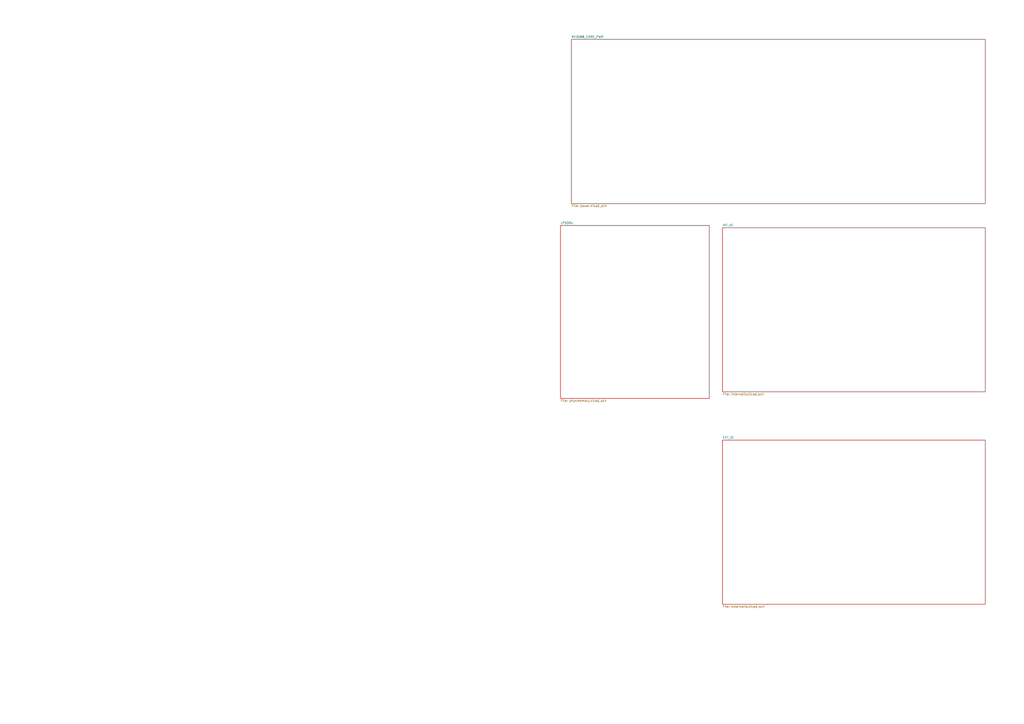
<source format=kicad_sch>
(kicad_sch
	(version 20250114)
	(generator "eeschema")
	(generator_version "9.0")
	(uuid "62917ec2-9d84-4e49-a59b-b79d0b9923fe")
	(paper "A2")
	(lib_symbols)
	(sheet
		(at 325.12 130.81)
		(size 86.36 100.33)
		(exclude_from_sim no)
		(in_bom yes)
		(on_board yes)
		(dnp no)
		(fields_autoplaced yes)
		(stroke
			(width 0.1524)
			(type solid)
		)
		(fill
			(color 0 0 0 0.0000)
		)
		(uuid "6268a21e-8daa-49d3-892a-c7836405723f")
		(property "Sheetname" "LPDDRx"
			(at 325.12 130.0984 0)
			(effects
				(font
					(size 1.27 1.27)
				)
				(justify left bottom)
			)
		)
		(property "Sheetfile" "physmemory.kicad_sch"
			(at 325.12 231.7246 0)
			(effects
				(font
					(size 1.27 1.27)
				)
				(justify left top)
			)
		)
		(instances
			(project "n0sw"
				(path "/62917ec2-9d84-4e49-a59b-b79d0b9923fe"
					(page "5")
				)
			)
		)
	)
	(sheet
		(at 419.1 255.27)
		(size 152.4 95.25)
		(exclude_from_sim no)
		(in_bom yes)
		(on_board yes)
		(dnp no)
		(fields_autoplaced yes)
		(stroke
			(width 0.1524)
			(type solid)
		)
		(fill
			(color 0 0 0 0.0000)
		)
		(uuid "88e16f2e-870d-43e8-9b3f-d5640f202861")
		(property "Sheetname" "EXT_IO"
			(at 419.1 254.5584 0)
			(effects
				(font
					(size 1.27 1.27)
				)
				(justify left bottom)
			)
		)
		(property "Sheetfile" "externalio.kicad_sch"
			(at 419.1 351.1046 0)
			(effects
				(font
					(size 1.27 1.27)
				)
				(justify left top)
			)
		)
		(instances
			(project "n0sw"
				(path "/62917ec2-9d84-4e49-a59b-b79d0b9923fe"
					(page "4")
				)
			)
		)
	)
	(sheet
		(at 331.47 22.86)
		(size 240.03 95.25)
		(exclude_from_sim no)
		(in_bom yes)
		(on_board yes)
		(dnp no)
		(fields_autoplaced yes)
		(stroke
			(width 0.1524)
			(type solid)
		)
		(fill
			(color 0 0 0 0.0000)
		)
		(uuid "d26430d0-8a3a-4fa9-bdec-5730ec5b29c4")
		(property "Sheetname" "RK3588_CORE_PWR"
			(at 331.47 22.1484 0)
			(effects
				(font
					(size 1.27 1.27)
				)
				(justify left bottom)
			)
		)
		(property "Sheetfile" "power.kicad_sch"
			(at 331.47 118.6946 0)
			(effects
				(font
					(size 1.27 1.27)
				)
				(justify left top)
			)
		)
		(instances
			(project "n0sw"
				(path "/62917ec2-9d84-4e49-a59b-b79d0b9923fe"
					(page "2")
				)
			)
		)
	)
	(sheet
		(at 419.1 132.08)
		(size 152.4 95.25)
		(exclude_from_sim no)
		(in_bom yes)
		(on_board yes)
		(dnp no)
		(fields_autoplaced yes)
		(stroke
			(width 0.1524)
			(type solid)
		)
		(fill
			(color 0 0 0 0.0000)
		)
		(uuid "d89f6105-3979-403e-9b93-1689d35e75ff")
		(property "Sheetname" "INT_IO"
			(at 419.1 131.3684 0)
			(effects
				(font
					(size 1.27 1.27)
				)
				(justify left bottom)
			)
		)
		(property "Sheetfile" "internalio.kicad_sch"
			(at 419.1 227.9146 0)
			(effects
				(font
					(size 1.27 1.27)
				)
				(justify left top)
			)
		)
		(instances
			(project "n0sw"
				(path "/62917ec2-9d84-4e49-a59b-b79d0b9923fe"
					(page "3")
				)
			)
		)
	)
	(sheet_instances
		(path "/"
			(page "1")
		)
	)
	(embedded_fonts no)
)

</source>
